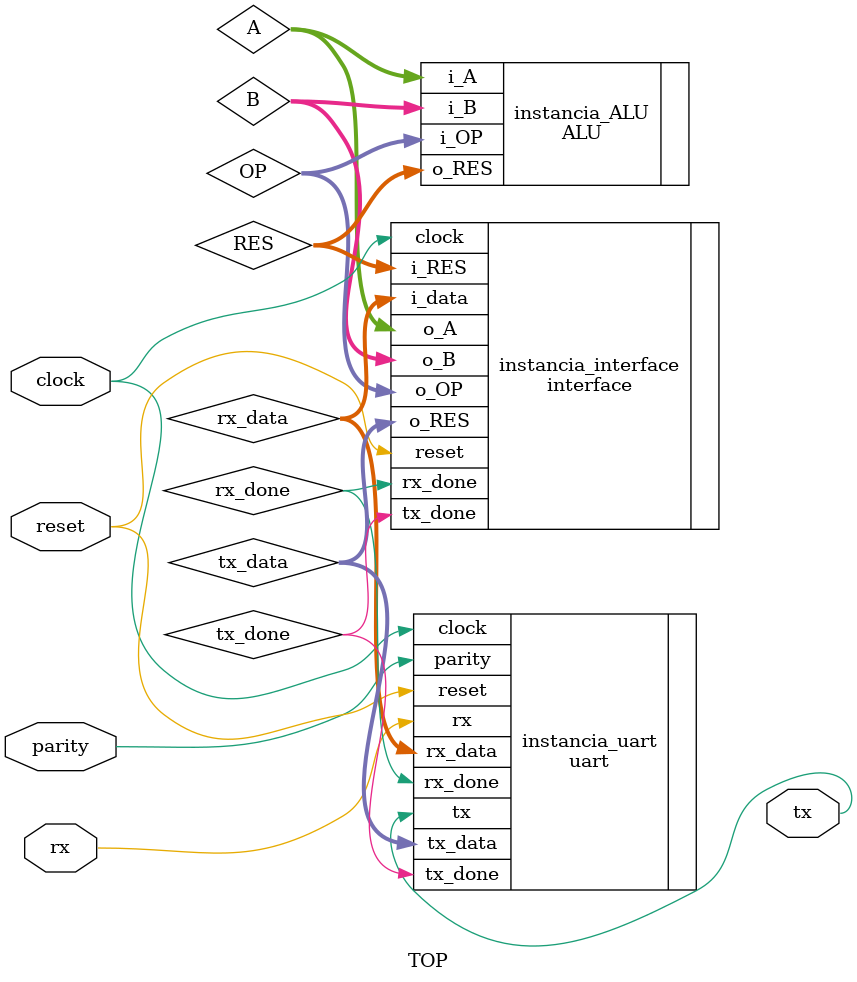
<source format=v>
`timescale 1ns / 1ps

module TOP
    #(
        parameter N_BITS = 8,     //cantidad de bits de dato
        parameter N_BITS_OP   = 6,
        parameter CLK = 50e6,
        parameter BAUD_RATE = 115200
    )(
        input wire clock,
        input wire reset,
        input wire parity,

        //UART interface
        input wire rx,
        output wire tx
    );
    wire rx_done, tx_done;
    wire [N_BITS - 1 : 0] tx_data;
    wire [N_BITS - 1 : 0] rx_data;
    wire [N_BITS - 1 : 0] A;
    wire [N_BITS - 1 : 0] B;
    wire [N_BITS_OP - 1 : 0] OP;
    wire[N_BITS - 1 : 0] RES;

    uart#(.CLK(CLK), .BAUD_RATE(BAUD_RATE)) instancia_uart
    (
        .clock(clock),
        .reset(reset),
        .parity(parity),
        .rx(rx),
        .tx(tx),
        .rx_done(rx_done),
        .tx_done(tx_done),
        .rx_data(rx_data),
        .tx_data(tx_data)
    );
    
    interface instancia_interface
	(
		.clock(clock),
		.reset(reset),
		.rx_done(rx_done),
		.tx_done(tx_done),
		.i_data(rx_data),
		.i_RES(RES),

		.o_A(A),
		.o_B(B),
		.o_OP(OP),
		.o_RES(tx_data)		
	);

    ALU #(.N_BITS (N_BITS))instancia_ALU
    (
        .i_A(A),
        .i_B(B),
        .i_OP(OP),
        .o_RES(RES)
    );
      

endmodule

</source>
